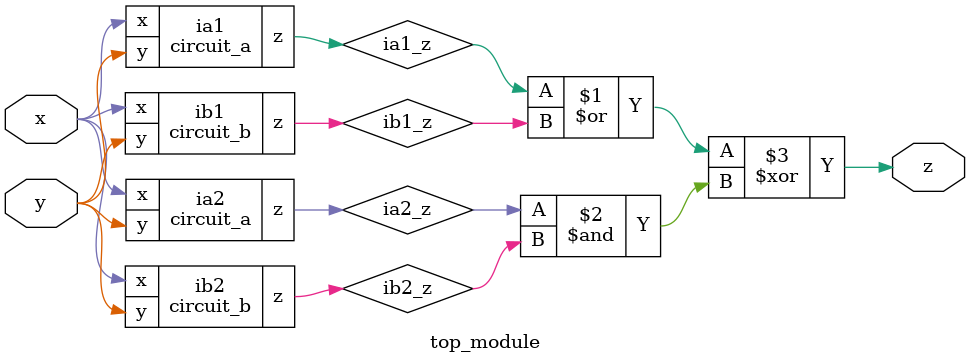
<source format=v>
module circuit_a (input x, input y, output z);
    assign z = (x ^ y) & x;
endmodule


module circuit_b (input x, input y, output z);
    assign z = (x & y) | (~x & ~y);
endmodule



module top_module (input x, input y, output z);


    wire ia1_z, ia2_z, ib1_z, ib2_z;

    circuit_a ia1 (.x(x), .y(y), .z(ia1_z));
    circuit_a ia2 (.x(x), .y(y), .z(ia2_z));
    circuit_b ib1 (.x(x), .y(y), .z(ib1_z));
    circuit_b ib2 (.x(x), .y(y), .z(ib2_z));

    assign z = (ia1_z | ib1_z) ^ (ia2_z & ib2_z);


endmodule
</source>
